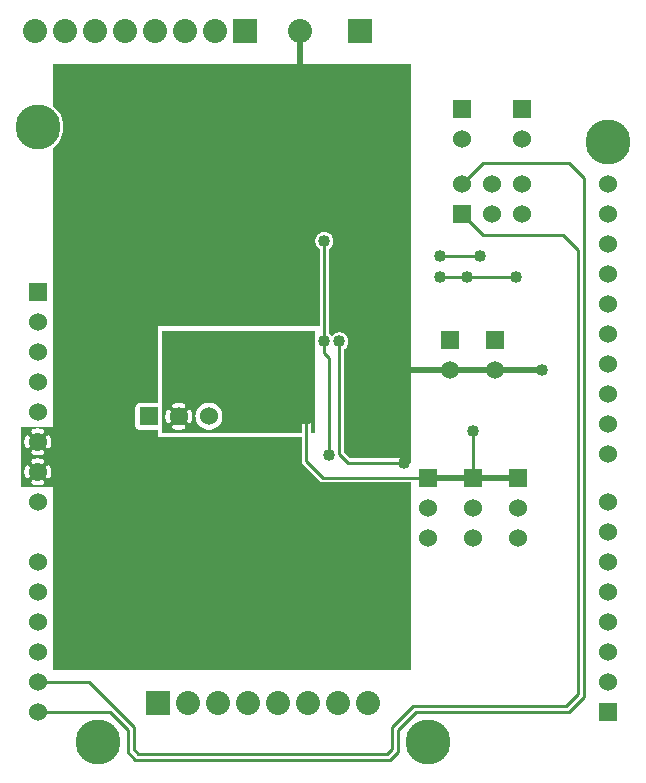
<source format=gbr>
G04 start of page 3 for group 1 idx 1 *
G04 Title: (unknown), solder *
G04 Creator: pcb 20110918 *
G04 CreationDate: Sat 02 Feb 2013 08:58:03 PM GMT UTC *
G04 For: petersen *
G04 Format: Gerber/RS-274X *
G04 PCB-Dimensions: 210000 270000 *
G04 PCB-Coordinate-Origin: lower left *
%MOIN*%
%FSLAX25Y25*%
%LNBOTTOM*%
%ADD41C,0.0480*%
%ADD40C,0.1285*%
%ADD39C,0.0380*%
%ADD38C,0.0400*%
%ADD37C,0.0800*%
%ADD36C,0.1500*%
%ADD35C,0.0600*%
%ADD34C,0.0200*%
%ADD33C,0.0100*%
%ADD32C,0.0001*%
G54D32*G36*
X13613Y115000D02*X22500D01*
Y95000D01*
X13613D01*
Y97853D01*
X13656Y97860D01*
X13768Y97897D01*
X13873Y97952D01*
X13968Y98022D01*
X14051Y98106D01*
X14119Y98202D01*
X14170Y98308D01*
X14318Y98716D01*
X14422Y99137D01*
X14484Y99567D01*
X14505Y100000D01*
X14484Y100433D01*
X14422Y100863D01*
X14318Y101284D01*
X14175Y101694D01*
X14122Y101800D01*
X14053Y101896D01*
X13970Y101981D01*
X13875Y102051D01*
X13769Y102106D01*
X13657Y102143D01*
X13613Y102151D01*
Y107853D01*
X13656Y107860D01*
X13768Y107897D01*
X13873Y107952D01*
X13968Y108022D01*
X14051Y108106D01*
X14119Y108202D01*
X14170Y108308D01*
X14318Y108716D01*
X14422Y109137D01*
X14484Y109567D01*
X14505Y110000D01*
X14484Y110433D01*
X14422Y110863D01*
X14318Y111284D01*
X14175Y111694D01*
X14122Y111800D01*
X14053Y111896D01*
X13970Y111981D01*
X13875Y112051D01*
X13769Y112106D01*
X13657Y112143D01*
X13613Y112151D01*
Y115000D01*
G37*
G36*
X10002D02*X13613D01*
Y112151D01*
X13540Y112163D01*
X13421Y112164D01*
X13304Y112146D01*
X13191Y112110D01*
X13085Y112057D01*
X12988Y111988D01*
X12904Y111905D01*
X12833Y111809D01*
X12779Y111704D01*
X12741Y111592D01*
X12722Y111475D01*
X12721Y111356D01*
X12739Y111239D01*
X12777Y111126D01*
X12876Y110855D01*
X12944Y110575D01*
X12986Y110289D01*
X13000Y110000D01*
X12986Y109711D01*
X12944Y109425D01*
X12876Y109145D01*
X12780Y108872D01*
X12742Y108761D01*
X12725Y108644D01*
X12725Y108526D01*
X12745Y108409D01*
X12782Y108297D01*
X12836Y108193D01*
X12906Y108098D01*
X12991Y108015D01*
X13087Y107946D01*
X13192Y107893D01*
X13305Y107857D01*
X13421Y107840D01*
X13539Y107841D01*
X13613Y107853D01*
Y102151D01*
X13540Y102163D01*
X13421Y102164D01*
X13304Y102146D01*
X13191Y102110D01*
X13085Y102057D01*
X12988Y101988D01*
X12904Y101905D01*
X12833Y101809D01*
X12779Y101704D01*
X12741Y101592D01*
X12722Y101475D01*
X12721Y101356D01*
X12739Y101239D01*
X12777Y101126D01*
X12876Y100855D01*
X12944Y100575D01*
X12986Y100289D01*
X13000Y100000D01*
X12986Y99711D01*
X12944Y99425D01*
X12876Y99145D01*
X12780Y98872D01*
X12742Y98761D01*
X12725Y98644D01*
X12725Y98526D01*
X12745Y98409D01*
X12782Y98297D01*
X12836Y98193D01*
X12906Y98098D01*
X12991Y98015D01*
X13087Y97946D01*
X13192Y97893D01*
X13305Y97857D01*
X13421Y97840D01*
X13539Y97841D01*
X13613Y97853D01*
Y95000D01*
X10002D01*
Y95495D01*
X10433Y95516D01*
X10863Y95578D01*
X11284Y95682D01*
X11694Y95825D01*
X11800Y95878D01*
X11896Y95947D01*
X11981Y96030D01*
X12051Y96125D01*
X12106Y96231D01*
X12143Y96343D01*
X12163Y96460D01*
X12164Y96579D01*
X12146Y96696D01*
X12110Y96809D01*
X12057Y96915D01*
X11988Y97012D01*
X11905Y97096D01*
X11809Y97167D01*
X11704Y97221D01*
X11592Y97259D01*
X11475Y97278D01*
X11356Y97279D01*
X11239Y97261D01*
X11126Y97223D01*
X10855Y97124D01*
X10575Y97056D01*
X10289Y97014D01*
X10002Y97000D01*
Y103000D01*
X10289Y102986D01*
X10575Y102944D01*
X10855Y102876D01*
X11128Y102780D01*
X11239Y102742D01*
X11356Y102725D01*
X11474Y102725D01*
X11591Y102745D01*
X11703Y102782D01*
X11807Y102836D01*
X11902Y102906D01*
X11985Y102991D01*
X12054Y103087D01*
X12107Y103192D01*
X12143Y103305D01*
X12160Y103421D01*
X12159Y103539D01*
X12140Y103656D01*
X12103Y103768D01*
X12048Y103873D01*
X11978Y103968D01*
X11894Y104051D01*
X11798Y104119D01*
X11692Y104170D01*
X11284Y104318D01*
X10863Y104422D01*
X10433Y104484D01*
X10002Y104505D01*
Y105495D01*
X10433Y105516D01*
X10863Y105578D01*
X11284Y105682D01*
X11694Y105825D01*
X11800Y105878D01*
X11896Y105947D01*
X11981Y106030D01*
X12051Y106125D01*
X12106Y106231D01*
X12143Y106343D01*
X12163Y106460D01*
X12164Y106579D01*
X12146Y106696D01*
X12110Y106809D01*
X12057Y106915D01*
X11988Y107012D01*
X11905Y107096D01*
X11809Y107167D01*
X11704Y107221D01*
X11592Y107259D01*
X11475Y107278D01*
X11356Y107279D01*
X11239Y107261D01*
X11126Y107223D01*
X10855Y107124D01*
X10575Y107056D01*
X10289Y107014D01*
X10002Y107000D01*
Y113000D01*
X10289Y112986D01*
X10575Y112944D01*
X10855Y112876D01*
X11128Y112780D01*
X11239Y112742D01*
X11356Y112725D01*
X11474Y112725D01*
X11591Y112745D01*
X11703Y112782D01*
X11807Y112836D01*
X11902Y112906D01*
X11985Y112991D01*
X12054Y113087D01*
X12107Y113192D01*
X12143Y113305D01*
X12160Y113421D01*
X12159Y113539D01*
X12140Y113656D01*
X12103Y113768D01*
X12048Y113873D01*
X11978Y113968D01*
X11894Y114051D01*
X11798Y114119D01*
X11692Y114170D01*
X11284Y114318D01*
X10863Y114422D01*
X10433Y114484D01*
X10002Y114505D01*
Y115000D01*
G37*
G36*
X6387D02*X10002D01*
Y114505D01*
X10000Y114505D01*
X9567Y114484D01*
X9137Y114422D01*
X8716Y114318D01*
X8306Y114175D01*
X8200Y114122D01*
X8104Y114053D01*
X8019Y113970D01*
X7949Y113875D01*
X7894Y113769D01*
X7857Y113657D01*
X7837Y113540D01*
X7836Y113421D01*
X7854Y113304D01*
X7890Y113191D01*
X7943Y113085D01*
X8012Y112988D01*
X8095Y112904D01*
X8191Y112833D01*
X8296Y112779D01*
X8408Y112741D01*
X8525Y112722D01*
X8644Y112721D01*
X8761Y112739D01*
X8874Y112777D01*
X9145Y112876D01*
X9425Y112944D01*
X9711Y112986D01*
X10000Y113000D01*
X10002Y113000D01*
Y107000D01*
X10000Y107000D01*
X9711Y107014D01*
X9425Y107056D01*
X9145Y107124D01*
X8872Y107220D01*
X8761Y107258D01*
X8644Y107275D01*
X8526Y107275D01*
X8409Y107255D01*
X8297Y107218D01*
X8193Y107164D01*
X8098Y107094D01*
X8015Y107009D01*
X7946Y106913D01*
X7893Y106808D01*
X7857Y106695D01*
X7840Y106579D01*
X7841Y106461D01*
X7860Y106344D01*
X7897Y106232D01*
X7952Y106127D01*
X8022Y106032D01*
X8106Y105949D01*
X8202Y105881D01*
X8308Y105830D01*
X8716Y105682D01*
X9137Y105578D01*
X9567Y105516D01*
X10000Y105495D01*
X10002Y105495D01*
Y104505D01*
X10000Y104505D01*
X9567Y104484D01*
X9137Y104422D01*
X8716Y104318D01*
X8306Y104175D01*
X8200Y104122D01*
X8104Y104053D01*
X8019Y103970D01*
X7949Y103875D01*
X7894Y103769D01*
X7857Y103657D01*
X7837Y103540D01*
X7836Y103421D01*
X7854Y103304D01*
X7890Y103191D01*
X7943Y103085D01*
X8012Y102988D01*
X8095Y102904D01*
X8191Y102833D01*
X8296Y102779D01*
X8408Y102741D01*
X8525Y102722D01*
X8644Y102721D01*
X8761Y102739D01*
X8874Y102777D01*
X9145Y102876D01*
X9425Y102944D01*
X9711Y102986D01*
X10000Y103000D01*
X10002Y103000D01*
Y97000D01*
X10000Y97000D01*
X9711Y97014D01*
X9425Y97056D01*
X9145Y97124D01*
X8872Y97220D01*
X8761Y97258D01*
X8644Y97275D01*
X8526Y97275D01*
X8409Y97255D01*
X8297Y97218D01*
X8193Y97164D01*
X8098Y97094D01*
X8015Y97009D01*
X7946Y96913D01*
X7893Y96808D01*
X7857Y96695D01*
X7840Y96579D01*
X7841Y96461D01*
X7860Y96344D01*
X7897Y96232D01*
X7952Y96127D01*
X8022Y96032D01*
X8106Y95949D01*
X8202Y95881D01*
X8308Y95830D01*
X8716Y95682D01*
X9137Y95578D01*
X9567Y95516D01*
X10000Y95495D01*
X10002Y95495D01*
Y95000D01*
X6387D01*
Y97849D01*
X6460Y97837D01*
X6579Y97836D01*
X6696Y97854D01*
X6809Y97890D01*
X6915Y97943D01*
X7012Y98012D01*
X7096Y98095D01*
X7167Y98191D01*
X7221Y98296D01*
X7259Y98408D01*
X7278Y98525D01*
X7279Y98644D01*
X7261Y98761D01*
X7223Y98874D01*
X7124Y99145D01*
X7056Y99425D01*
X7014Y99711D01*
X7000Y100000D01*
X7014Y100289D01*
X7056Y100575D01*
X7124Y100855D01*
X7220Y101128D01*
X7258Y101239D01*
X7275Y101356D01*
X7275Y101474D01*
X7255Y101591D01*
X7218Y101703D01*
X7164Y101807D01*
X7094Y101902D01*
X7009Y101985D01*
X6913Y102054D01*
X6808Y102107D01*
X6695Y102143D01*
X6579Y102160D01*
X6461Y102159D01*
X6387Y102147D01*
Y107849D01*
X6460Y107837D01*
X6579Y107836D01*
X6696Y107854D01*
X6809Y107890D01*
X6915Y107943D01*
X7012Y108012D01*
X7096Y108095D01*
X7167Y108191D01*
X7221Y108296D01*
X7259Y108408D01*
X7278Y108525D01*
X7279Y108644D01*
X7261Y108761D01*
X7223Y108874D01*
X7124Y109145D01*
X7056Y109425D01*
X7014Y109711D01*
X7000Y110000D01*
X7014Y110289D01*
X7056Y110575D01*
X7124Y110855D01*
X7220Y111128D01*
X7258Y111239D01*
X7275Y111356D01*
X7275Y111474D01*
X7255Y111591D01*
X7218Y111703D01*
X7164Y111807D01*
X7094Y111902D01*
X7009Y111985D01*
X6913Y112054D01*
X6808Y112107D01*
X6695Y112143D01*
X6579Y112160D01*
X6461Y112159D01*
X6387Y112147D01*
Y115000D01*
G37*
G36*
X4500D02*X6387D01*
Y112147D01*
X6344Y112140D01*
X6232Y112103D01*
X6127Y112048D01*
X6032Y111978D01*
X5949Y111894D01*
X5881Y111798D01*
X5830Y111692D01*
X5682Y111284D01*
X5578Y110863D01*
X5516Y110433D01*
X5495Y110000D01*
X5516Y109567D01*
X5578Y109137D01*
X5682Y108716D01*
X5825Y108306D01*
X5878Y108200D01*
X5947Y108104D01*
X6030Y108019D01*
X6125Y107949D01*
X6231Y107894D01*
X6343Y107857D01*
X6387Y107849D01*
Y102147D01*
X6344Y102140D01*
X6232Y102103D01*
X6127Y102048D01*
X6032Y101978D01*
X5949Y101894D01*
X5881Y101798D01*
X5830Y101692D01*
X5682Y101284D01*
X5578Y100863D01*
X5516Y100433D01*
X5495Y100000D01*
X5516Y99567D01*
X5578Y99137D01*
X5682Y98716D01*
X5825Y98306D01*
X5878Y98200D01*
X5947Y98104D01*
X6030Y98019D01*
X6125Y97949D01*
X6231Y97894D01*
X6343Y97857D01*
X6387Y97849D01*
Y95000D01*
X4500D01*
Y115000D01*
G37*
G36*
X102500Y147000D02*Y143618D01*
X102491Y143500D01*
X102500Y143382D01*
Y113000D01*
X101000D01*
Y117500D01*
X100986Y117735D01*
X100931Y117965D01*
X100841Y118183D01*
X100717Y118384D01*
X100564Y118564D01*
X100384Y118717D01*
X100183Y118841D01*
X99965Y118931D01*
X99735Y118986D01*
X99500Y119005D01*
X99265Y118986D01*
X99035Y118931D01*
X98817Y118841D01*
X98616Y118717D01*
X98436Y118564D01*
X98283Y118384D01*
X98159Y118183D01*
X98069Y117965D01*
X98014Y117735D01*
X98000Y117500D01*
Y113000D01*
X66993D01*
Y113987D01*
X67000Y113986D01*
X67706Y114042D01*
X68395Y114207D01*
X69049Y114478D01*
X69653Y114848D01*
X70192Y115308D01*
X70652Y115847D01*
X71022Y116451D01*
X71293Y117105D01*
X71458Y117794D01*
X71500Y118500D01*
X71458Y119206D01*
X71293Y119895D01*
X71022Y120549D01*
X70652Y121153D01*
X70192Y121692D01*
X69653Y122152D01*
X69049Y122522D01*
X68395Y122793D01*
X67706Y122958D01*
X67000Y123014D01*
X66993Y123013D01*
Y147000D01*
X102500D01*
G37*
G36*
X66993Y113000D02*X60613D01*
Y116353D01*
X60656Y116360D01*
X60768Y116397D01*
X60873Y116452D01*
X60968Y116522D01*
X61051Y116606D01*
X61119Y116702D01*
X61170Y116808D01*
X61318Y117216D01*
X61422Y117637D01*
X61484Y118067D01*
X61505Y118500D01*
X61484Y118933D01*
X61422Y119363D01*
X61318Y119784D01*
X61175Y120194D01*
X61122Y120300D01*
X61053Y120396D01*
X60970Y120481D01*
X60875Y120551D01*
X60769Y120606D01*
X60657Y120643D01*
X60613Y120651D01*
Y147000D01*
X66993D01*
Y123013D01*
X66294Y122958D01*
X65605Y122793D01*
X64951Y122522D01*
X64347Y122152D01*
X63808Y121692D01*
X63348Y121153D01*
X62978Y120549D01*
X62707Y119895D01*
X62542Y119206D01*
X62486Y118500D01*
X62542Y117794D01*
X62707Y117105D01*
X62978Y116451D01*
X63348Y115847D01*
X63808Y115308D01*
X64347Y114848D01*
X64951Y114478D01*
X65605Y114207D01*
X66294Y114042D01*
X66993Y113987D01*
Y113000D01*
G37*
G36*
X60613D02*X57002D01*
Y113995D01*
X57433Y114016D01*
X57863Y114078D01*
X58284Y114182D01*
X58694Y114325D01*
X58800Y114378D01*
X58896Y114447D01*
X58981Y114530D01*
X59051Y114625D01*
X59106Y114731D01*
X59143Y114843D01*
X59163Y114960D01*
X59164Y115079D01*
X59146Y115196D01*
X59110Y115309D01*
X59057Y115415D01*
X58988Y115512D01*
X58905Y115596D01*
X58809Y115667D01*
X58704Y115721D01*
X58592Y115759D01*
X58475Y115778D01*
X58356Y115779D01*
X58239Y115761D01*
X58126Y115723D01*
X57855Y115624D01*
X57575Y115556D01*
X57289Y115514D01*
X57002Y115500D01*
Y121500D01*
X57289Y121486D01*
X57575Y121444D01*
X57855Y121376D01*
X58128Y121280D01*
X58239Y121242D01*
X58356Y121225D01*
X58474Y121225D01*
X58591Y121245D01*
X58703Y121282D01*
X58807Y121336D01*
X58902Y121406D01*
X58985Y121491D01*
X59054Y121587D01*
X59107Y121692D01*
X59143Y121805D01*
X59160Y121921D01*
X59159Y122039D01*
X59140Y122156D01*
X59103Y122268D01*
X59048Y122373D01*
X58978Y122468D01*
X58894Y122551D01*
X58798Y122619D01*
X58692Y122670D01*
X58284Y122818D01*
X57863Y122922D01*
X57433Y122984D01*
X57002Y123005D01*
Y147000D01*
X60613D01*
Y120651D01*
X60540Y120663D01*
X60421Y120664D01*
X60304Y120646D01*
X60191Y120610D01*
X60085Y120557D01*
X59988Y120488D01*
X59904Y120405D01*
X59833Y120309D01*
X59779Y120204D01*
X59741Y120092D01*
X59722Y119975D01*
X59721Y119856D01*
X59739Y119739D01*
X59777Y119626D01*
X59876Y119355D01*
X59944Y119075D01*
X59986Y118789D01*
X60000Y118500D01*
X59986Y118211D01*
X59944Y117925D01*
X59876Y117645D01*
X59780Y117372D01*
X59742Y117261D01*
X59725Y117144D01*
X59725Y117026D01*
X59745Y116909D01*
X59782Y116797D01*
X59836Y116693D01*
X59906Y116598D01*
X59991Y116515D01*
X60087Y116446D01*
X60192Y116393D01*
X60305Y116357D01*
X60421Y116340D01*
X60539Y116341D01*
X60613Y116353D01*
Y113000D01*
G37*
G36*
X57002D02*X53387D01*
Y116349D01*
X53460Y116337D01*
X53579Y116336D01*
X53696Y116354D01*
X53809Y116390D01*
X53915Y116443D01*
X54012Y116512D01*
X54096Y116595D01*
X54167Y116691D01*
X54221Y116796D01*
X54259Y116908D01*
X54278Y117025D01*
X54279Y117144D01*
X54261Y117261D01*
X54223Y117374D01*
X54124Y117645D01*
X54056Y117925D01*
X54014Y118211D01*
X54000Y118500D01*
X54014Y118789D01*
X54056Y119075D01*
X54124Y119355D01*
X54220Y119628D01*
X54258Y119739D01*
X54275Y119856D01*
X54275Y119974D01*
X54255Y120091D01*
X54218Y120203D01*
X54164Y120307D01*
X54094Y120402D01*
X54009Y120485D01*
X53913Y120554D01*
X53808Y120607D01*
X53695Y120643D01*
X53579Y120660D01*
X53461Y120659D01*
X53387Y120647D01*
Y147000D01*
X57002D01*
Y123005D01*
X57000Y123005D01*
X56567Y122984D01*
X56137Y122922D01*
X55716Y122818D01*
X55306Y122675D01*
X55200Y122622D01*
X55104Y122553D01*
X55019Y122470D01*
X54949Y122375D01*
X54894Y122269D01*
X54857Y122157D01*
X54837Y122040D01*
X54836Y121921D01*
X54854Y121804D01*
X54890Y121691D01*
X54943Y121585D01*
X55012Y121488D01*
X55095Y121404D01*
X55191Y121333D01*
X55296Y121279D01*
X55408Y121241D01*
X55525Y121222D01*
X55644Y121221D01*
X55761Y121239D01*
X55874Y121277D01*
X56145Y121376D01*
X56425Y121444D01*
X56711Y121486D01*
X57000Y121500D01*
X57002Y121500D01*
Y115500D01*
X57000Y115500D01*
X56711Y115514D01*
X56425Y115556D01*
X56145Y115624D01*
X55872Y115720D01*
X55761Y115758D01*
X55644Y115775D01*
X55526Y115775D01*
X55409Y115755D01*
X55297Y115718D01*
X55193Y115664D01*
X55098Y115594D01*
X55015Y115509D01*
X54946Y115413D01*
X54893Y115308D01*
X54857Y115195D01*
X54840Y115079D01*
X54841Y114961D01*
X54860Y114844D01*
X54897Y114732D01*
X54952Y114627D01*
X55022Y114532D01*
X55106Y114449D01*
X55202Y114381D01*
X55308Y114330D01*
X55716Y114182D01*
X56137Y114078D01*
X56567Y114016D01*
X57000Y113995D01*
X57002Y113995D01*
Y113000D01*
G37*
G36*
X53387D02*X51500D01*
Y147000D01*
X53387D01*
Y120647D01*
X53344Y120640D01*
X53232Y120603D01*
X53127Y120548D01*
X53032Y120478D01*
X52949Y120394D01*
X52881Y120298D01*
X52830Y120192D01*
X52682Y119784D01*
X52578Y119363D01*
X52516Y118933D01*
X52495Y118500D01*
X52516Y118067D01*
X52578Y117637D01*
X52682Y117216D01*
X52825Y116806D01*
X52878Y116700D01*
X52947Y116604D01*
X53030Y116519D01*
X53125Y116449D01*
X53231Y116394D01*
X53343Y116357D01*
X53387Y116349D01*
Y113000D01*
G37*
G36*
X134500Y103000D02*X133505D01*
X133486Y103235D01*
X133431Y103465D01*
X133341Y103683D01*
X133217Y103884D01*
X133064Y104064D01*
X132884Y104217D01*
X132683Y104341D01*
X132465Y104431D01*
X132235Y104486D01*
X132000Y104500D01*
X114121D01*
X112000Y106621D01*
Y140901D01*
X112269Y141065D01*
X112628Y141372D01*
X112935Y141731D01*
X113181Y142134D01*
X113362Y142570D01*
X113472Y143029D01*
X113500Y143500D01*
X113472Y143971D01*
X113362Y144430D01*
X113181Y144866D01*
X112935Y145269D01*
X112628Y145628D01*
X112269Y145935D01*
X111866Y146181D01*
X111430Y146362D01*
X110971Y146472D01*
X110500Y146509D01*
X110029Y146472D01*
X109570Y146362D01*
X109134Y146181D01*
X108731Y145935D01*
X108372Y145628D01*
X108065Y145269D01*
X108000Y145162D01*
X107935Y145269D01*
X107628Y145628D01*
X107269Y145935D01*
X107000Y146099D01*
Y174401D01*
X107269Y174565D01*
X107628Y174872D01*
X107935Y175231D01*
X108181Y175634D01*
X108362Y176070D01*
X108472Y176529D01*
X108500Y177000D01*
X108472Y177471D01*
X108465Y177500D01*
X134500D01*
Y103000D01*
G37*
G36*
Y148500D02*X107000D01*
Y174401D01*
X107269Y174565D01*
X107628Y174872D01*
X107935Y175231D01*
X108181Y175634D01*
X108362Y176070D01*
X108472Y176529D01*
X108500Y177000D01*
X108472Y177471D01*
X108362Y177930D01*
X108181Y178366D01*
X107935Y178769D01*
X107628Y179128D01*
X107269Y179435D01*
X106866Y179681D01*
X106430Y179862D01*
X105971Y179972D01*
X105500Y180009D01*
X105029Y179972D01*
X104570Y179862D01*
X104134Y179681D01*
X103731Y179435D01*
X103372Y179128D01*
X103065Y178769D01*
X102819Y178366D01*
X102638Y177930D01*
X102528Y177471D01*
X102491Y177000D01*
X102528Y176529D01*
X102638Y176070D01*
X102819Y175634D01*
X103065Y175231D01*
X103372Y174872D01*
X103731Y174565D01*
X104000Y174401D01*
Y148500D01*
X15000D01*
Y208095D01*
X15012Y208102D01*
X16029Y208971D01*
X16898Y209988D01*
X17597Y211129D01*
X18109Y212365D01*
X18421Y213666D01*
X18500Y215000D01*
X18421Y216334D01*
X18109Y217635D01*
X17597Y218871D01*
X16898Y220012D01*
X16029Y221029D01*
X15012Y221898D01*
X15000Y221905D01*
Y236000D01*
X134500D01*
Y148500D01*
G37*
G36*
X15000Y159000D02*X50000D01*
Y123000D01*
X43765Y122986D01*
X43535Y122931D01*
X43317Y122841D01*
X43116Y122717D01*
X42936Y122564D01*
X42783Y122384D01*
X42659Y122183D01*
X42569Y121965D01*
X42514Y121735D01*
X42500Y121500D01*
X42514Y115265D01*
X42569Y115035D01*
X42659Y114817D01*
X42783Y114616D01*
X42936Y114436D01*
X43116Y114283D01*
X43317Y114159D01*
X43535Y114069D01*
X43765Y114014D01*
X44000Y114000D01*
X50000Y114013D01*
Y95000D01*
X15000D01*
Y159000D01*
G37*
G36*
Y111500D02*X98000D01*
Y103559D01*
X97995Y103500D01*
X98014Y103265D01*
X98069Y103035D01*
X98159Y102817D01*
X98283Y102616D01*
X98436Y102436D01*
X98481Y102398D01*
X103898Y96981D01*
X103936Y96936D01*
X104116Y96783D01*
X104317Y96659D01*
X104535Y96569D01*
X104765Y96514D01*
X105000Y96495D01*
X105059Y96500D01*
X134500D01*
Y34000D01*
X15000D01*
Y111500D01*
G37*
G54D33*X192000Y25000D02*Y198000D01*
X190000Y26000D02*Y174000D01*
X136000Y20000D02*X187000D01*
X192000Y25000D01*
X135000Y22000D02*X186000D01*
X190000Y26000D01*
X157500Y172000D02*X144000D01*
X153000Y165000D02*X144000D01*
G54D34*X140000Y98000D02*X170000D01*
G54D33*X155000D02*Y113500D01*
X136000Y20000D02*X130000Y14000D01*
Y6500D01*
X128000Y7500D02*Y15000D01*
X135000Y22000D01*
X10000Y20000D02*X34000D01*
X40000Y14000D01*
Y6500D01*
X10000Y30000D02*X27000D01*
X42000Y15000D01*
Y7500D01*
X40000Y6500D02*X42500Y4000D01*
X127500D01*
X43500Y6000D02*X126500D01*
X130000Y6500D02*X127500Y4000D01*
X126500Y6000D02*X128000Y7500D01*
X42000D02*X43500Y6000D01*
X192000Y198000D02*X187000Y203000D01*
X190000Y174000D02*X185000Y179000D01*
X187000Y203000D02*X158500D01*
X185000Y179000D02*X158500D01*
Y203000D02*X151500Y196000D01*
X158500Y179000D02*X151500Y186000D01*
X153000Y165000D02*X169500D01*
X110500Y143500D02*Y106000D01*
X113500Y103000D01*
X132000D01*
X107000Y105500D02*Y138000D01*
X99500Y103500D02*Y117500D01*
G54D34*X178000Y134000D02*X129000D01*
G54D33*X107000Y138000D02*X105500Y139500D01*
Y177000D01*
G54D34*X97500Y247000D02*Y232500D01*
G54D33*X140000Y98000D02*X105000D01*
X99500Y103500D01*
G54D35*X10000Y130000D03*
Y120000D03*
Y110000D03*
Y100000D03*
G54D32*G36*
X7000Y163000D02*Y157000D01*
X13000D01*
Y163000D01*
X7000D01*
G37*
G54D35*X10000Y150000D03*
Y140000D03*
G54D36*Y215000D03*
G54D32*G36*
X44000Y121500D02*Y115500D01*
X50000D01*
Y121500D01*
X44000D01*
G37*
G54D35*X57000Y118500D03*
X67000D03*
G54D32*G36*
X75000Y251000D02*Y243000D01*
X83000D01*
Y251000D01*
X75000D01*
G37*
G36*
X113500D02*Y243000D01*
X121500D01*
Y251000D01*
X113500D01*
G37*
G54D37*X97500Y247000D03*
X69000D03*
X59000D03*
X49000D03*
X39000D03*
X29000D03*
X19000D03*
X9000D03*
G54D35*X200000Y126000D03*
Y136000D03*
Y146000D03*
Y156000D03*
Y166000D03*
Y176000D03*
G54D32*G36*
X159500Y147000D02*Y141000D01*
X165500D01*
Y147000D01*
X159500D01*
G37*
G54D35*X162500Y134000D03*
G54D32*G36*
X144500Y147000D02*Y141000D01*
X150500D01*
Y147000D01*
X144500D01*
G37*
G54D35*X147500Y134000D03*
X200000Y186000D03*
Y196000D03*
G54D36*Y210000D03*
G54D32*G36*
X148500Y189000D02*Y183000D01*
X154500D01*
Y189000D01*
X148500D01*
G37*
G54D35*X161500Y186000D03*
X171500D03*
X151500Y196000D03*
X161500D03*
X171500D03*
G54D32*G36*
X168500Y224000D02*Y218000D01*
X174500D01*
Y224000D01*
X168500D01*
G37*
G54D35*X171500Y211000D03*
G54D32*G36*
X148500Y224000D02*Y218000D01*
X154500D01*
Y224000D01*
X148500D01*
G37*
G54D35*X151500Y211000D03*
G54D32*G36*
X197000Y23000D02*Y17000D01*
X203000D01*
Y23000D01*
X197000D01*
G37*
G54D35*X200000Y30000D03*
Y40000D03*
Y50000D03*
G54D36*X140000Y10000D03*
G54D35*X200000Y80000D03*
Y90000D03*
Y106000D03*
Y116000D03*
X10000Y90000D03*
Y70000D03*
Y60000D03*
Y50000D03*
Y40000D03*
Y30000D03*
Y20000D03*
G54D36*X30000Y10000D03*
G54D32*G36*
X46000Y27000D02*Y19000D01*
X54000D01*
Y27000D01*
X46000D01*
G37*
G54D37*X60000Y23000D03*
X70000D03*
X80000D03*
X90000D03*
X100000D03*
X110000D03*
X120000D03*
G54D35*X200000Y60000D03*
Y70000D03*
G54D32*G36*
X137000Y101000D02*Y95000D01*
X143000D01*
Y101000D01*
X137000D01*
G37*
G54D35*X140000Y88000D03*
Y78000D03*
G54D32*G36*
X152000Y101000D02*Y95000D01*
X158000D01*
Y101000D01*
X152000D01*
G37*
G54D35*X155000Y88000D03*
Y78000D03*
G54D32*G36*
X167000Y101000D02*Y95000D01*
X173000D01*
Y101000D01*
X167000D01*
G37*
G54D35*X170000Y88000D03*
Y78000D03*
G54D38*X169500Y165000D03*
X153000D03*
X178000Y134000D03*
X132000Y146000D03*
Y151000D03*
Y156000D03*
X157500Y172000D03*
X144000D03*
Y165000D03*
X155000Y113500D03*
X132000Y103000D03*
Y111000D03*
Y116000D03*
Y126000D03*
X107000Y105500D03*
X132000Y121000D03*
Y131000D03*
Y136000D03*
Y141000D03*
X105500Y143500D03*
X110500D03*
X99500Y142500D03*
Y137500D03*
Y132500D03*
Y127500D03*
Y122500D03*
Y117500D03*
X105500Y177000D03*
X42000Y111000D03*
Y105000D03*
Y99000D03*
X18000Y105000D03*
X23500D03*
X29000D03*
G54D34*G54D39*G54D40*G54D39*G54D41*G54D39*G54D40*G54D39*G54D40*G54D39*G54D40*G54D41*G54D39*M02*

</source>
